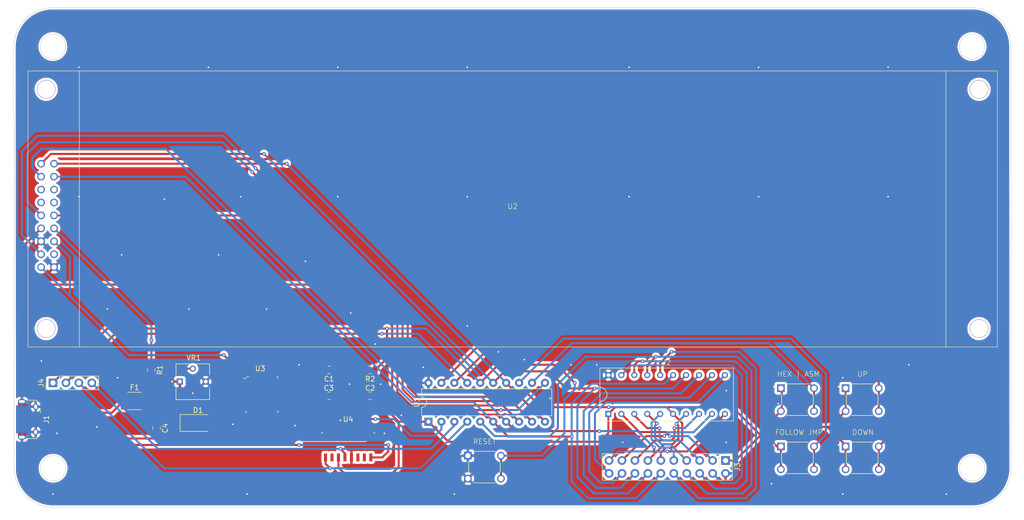
<source format=kicad_pcb>
(kicad_pcb (version 20221018) (generator pcbnew)
  (layers (0 "F.Cu" signal) (31 "B.Cu" signal) (34 "B.Paste" user) (35 "F.Paste" user) (36 "B.SilkS" user "B.Silkscreen") (37 "F.SilkS" user "F.Silkscreen") (38 "B.Mask" user) (39 "F.Mask" user) (44 "Edge.Cuts" user))
  (net 0 "")
  (net 1 "+3.3V")
  (net 2 "GND")
  (net 3 "/P2")
  (net 4 "Net-(J1-VBUS)")
  (net 5 "/D-")
  (net 6 "/D+")
  (net 8 "/P3")
  (net 9 "/P4")
  (net 10 "/P5")
  (net 11 "/P8")
  (net 12 "/CNTL RST")
  (net 13 "Net-(U2-V_{0})")
  (net 14 "/P9")
  (net 15 "/P10")
  (net 16 "/P11")
  (net 17 "/P12")
  (net 18 "/P13")
  (net 19 "/P18")
  (net 20 "Net-(R1-Pad2)")
  (net 21 "/HEX SW")
  (net 22 "/RST")
  (net 23 "/TEST")
  (net 24 "/P19")
  (net 25 "/JMP SW")
  (net 26 "/RESET#")
  (net 27 "/R{slash}W")
  (net 28 "/SBWTCK")
  (net 29 "/BC_RX")
  (net 30 "/BC_TX")
  (net 31 "/RS")
  (net 32 "/E1")
  (net 33 "/UP SW")
  (net 34 "/E2")
  (net 36 "/DOWN SW")
  (net 44 "/DB4")
  (net 47 "/DB5")
  (net 49 "/DB6")
  (net 50 "/DB7")
  (net 52 "+5V")
  (footprint "Capacitor_SMD:C_0805_2012Metric" (layer "F.Cu") (at 77.724 110.236 -90)
    (fp_text reference "R1")
    (fp_text value "10K")
  )
  (footprint "buttons:SW_222ADVBA" (layer "F.Cu") (at 217.17 127.508)
    (fp_text reference "SW4")
    (fp_text value "222ADVBA")
  )
  (footprint "project:DIL_CONN_110-83-320-41-001101" (layer "F.Cu") (at 178.811 115.062)
    (fp_text reference "J2")
    (fp_text value "Conn_02x10")
  )
  (footprint "buttons:SW_222ADVBA" (layer "F.Cu") (at 143.054 129.322)
    (fp_text reference "SW1")
    (fp_text value "222ADVBA")
  )
  (footprint "Capacitor_SMD:C_0805_2012Metric" (layer "F.Cu") (at 120.65 115.316)
    (fp_text reference "C2")
    (fp_text value "1uF")
  )
  (footprint "project:TRIM_3362P-1-103LF" (layer "F.Cu") (at 85.852 112.522)
    (fp_text reference "VR1")
    (fp_text value "10K")
  )
  (footprint "project:NHD-0440AZ-FL-YBW" (layer "F.Cu") (at 148.59 78.626)
    (fp_text reference "U2")
    (fp_text value "~")
  )
  (footprint "buttons:SW_222ADVBA" (layer "F.Cu") (at 217.17 116.078)
    (fp_text reference "SW5")
    (fp_text value "222ADVBA")
  )
  (footprint "Connector_USB:USB_Micro-B_Amphenol_10118194_Horizontal" (layer "F.Cu") (at 53.624 119.944 -90)
    (fp_text reference "J1")
    (fp_text value "USB_B_Micro")
  )
  (footprint "digikey-footprints:TO-252-3" (layer "F.Cu") (at 99.076 115.061)
    (fp_text reference "U3")
    (fp_text value "BA033CC0FP-E2")
  )
  (footprint "digikey-footprints:SOIC-16_W3.90mm" (layer "F.Cu") (at 116.332 124.714)
    (fp_text reference "U4")
    (fp_text value "FT230XS-R")
  )
  (footprint "Connector_PinHeader_2.54mm:PinHeader_2x10_P2.54mm_Vertical" (layer "F.Cu") (at 190.368 128.016 -90)
    (fp_text reference "J3")
    (fp_text value "Conn_02x10")
  )
  (footprint "Diode_SMD:D_SMA" (layer "F.Cu") (at 86.868 120.65)
    (fp_text reference "D1")
    (fp_text value "SS14HE3_B/H")
  )
  (footprint "buttons:SW_222ADVBA" (layer "F.Cu") (at 204.47 116.078)
    (fp_text reference "SW2")
    (fp_text value "222ADVBA")
  )
  (footprint "Capacitor_SMD:C_0805_2012Metric" (layer "F.Cu") (at 120.65 110.236 180)
    (fp_text reference "R2")
    (fp_text value "10K")
  )
  (footprint "Fuse:Fuse_1812_4532Metric" (layer "F.Cu") (at 74.422 116.332)
    (fp_text reference "F1")
    (fp_text value "0ZCG0075FF2C")
  )
  (footprint "Connector_PinHeader_2.54mm:PinHeader_1x04_P2.54mm_Vertical" (layer "F.Cu") (at 58.42 112.776 90)
    (fp_text reference "J4")
    (fp_text value "Conn_01x04_Pin")
  )
  (footprint "buttons:SW_222ADVBA" (layer "F.Cu") (at 204.47 127.508)
    (fp_text reference "SW3")
    (fp_text value "222ADVBA")
  )
  (footprint "Capacitor_SMD:C_0805_2012Metric" (layer "F.Cu") (at 112.588 110.236)
    (fp_text reference "C1")
    (fp_text value "0.1uF")
  )
  (footprint "Capacitor_SMD:C_0805_2012Metric" (layer "F.Cu") (at 78.74 121.666 -90)
    (fp_text reference "C4")
    (fp_text value "10uF")
  )
  (footprint "Capacitor_SMD:C_0805_2012Metric" (layer "F.Cu") (at 112.588 115.316 180)
    (fp_text reference "C3")
    (fp_text value "10uF")
  )
  (footprint "Package_DIP:DIP-20_W7.62mm" (layer "F.Cu") (at 132.08 120.396 90)
    (fp_text reference "U1")
    (fp_text value "MSP430G2553IN20")
  )
  (gr_circle (center 58.4 46.736) (end 60.9 46.736) (stroke (width 0.1)) (fill none) (layer "Edge.Cuts"))
  (gr_arc (start 58.44 137.16) (mid 53.051846 134.928154) (end 50.82 129.54) (stroke (width 0.1)) (layer "Edge.Cuts"))
  (gr_arc (start 238.72 39.116) (mid 244.108154 41.347846) (end 246.34 46.736) (stroke (width 0.1)) (layer "Edge.Cuts"))
  (gr_arc (start 50.78 46.736) (mid 53.011846 41.347846) (end 58.4 39.116) (stroke (width 0.1)) (layer "Edge.Cuts"))
  (gr_circle (center 58.44 129.54) (end 60.94 129.54) (stroke (width 0.1)) (fill none) (layer "Edge.Cuts"))
  (gr_line (start 238.72 39.116) (end 58.4 39.116) (stroke (width 0.1)) (layer "Edge.Cuts"))
  (gr_circle (center 238.76 129.54) (end 241.26 129.54) (stroke (width 0.1)) (fill none) (layer "Edge.Cuts"))
  (gr_line (start 246.38 129.54) (end 246.34 46.736) (stroke (width 0.1)) (layer "Edge.Cuts"))
  (gr_circle (center 238.72 46.736) (end 241.22 46.736) (stroke (width 0.1)) (fill none) (layer "Edge.Cuts"))
  (gr_arc (start 246.38 129.54) (mid 244.148154 134.928154) (end 238.76 137.16) (stroke (width 0.1)) (layer "Edge.Cuts"))
  (gr_line (start 50.78 46.736) (end 50.82 129.54) (stroke (width 0.1)) (layer "Edge.Cuts"))
  (gr_line (start 58.44 137.16) (end 238.76 137.16) (stroke (width 0.1)) (layer "Edge.Cuts"))
  (segment (start 110.998 117.856) (end 113.538 115.316) (width 0.4) (layer "F.Cu") (net 1))
  (segment (start 136.017 124.333) (end 165.6842 124.333) (width 0.4) (layer "F.Cu") (net 1))
  (segment (start 192.278 128.016) (end 197.231 123.063) (width 0.4) (layer "F.Cu") (net 1))
  (segment (start 210.312 121.412) (end 199.898 121.412) (width 0.4) (layer "F.Cu") (net 1))
  (segment (start 201.22 125.258) (end 200.442 125.258) (width 0.4) (layer "F.Cu") (net 1))
  (segment (start 113.538 110.236) (end 113.538 115.316) (width 0.4) (layer "F.Cu") (net 1))
  (segment (start 213.92 113.828) (end 213.92 118.328) (width 0.4) (layer "F.Cu") (net 1))
  (segment (start 213.92 125.258) (end 213.92 125.02) (width 0.4) (layer "F.Cu") (net 1))
  (segment (start 201.3934 114.0014) (end 201.3934 118.1546) (width 0.4) (layer "F.Cu") (net 1))
  (segment (start 126.238 129.286) (end 126.238 120.396) (width 0.4) (layer "F.Cu") (net 1))
  (segment (start 201.22 113.828) (end 201.3934 114.0014) (width 0.4) (layer "F.Cu") (net 1))
  (segment (start 109.22 119.634) (end 97.284 119.634) (width 0.4) (layer "F.Cu") (net 1))
  (segment (start 117.16 117.856) (end 119.7 115.316) (width 0.4) (layer "F.Cu") (net 1))
  (segment (start 123.698 117.856) (end 126.238 120.396) (width 0.4) (layer "F.Cu") (net 1))
  (segment (start 114.427 129.413) (end 115.57 130.556) (width 0.4) (layer "F.Cu") (net 1))
  (segment (start 126.238 120.396) (end 132.08 120.396) (width 0.4) (layer "F.Cu") (net 1))
  (segment (start 117.16 117.856) (end 123.698 117.856) (width 0.4) (layer "F.Cu") (net 1))
  (segment (start 190.368 128.016) (end 192.278 128.016) (width 0.4) (layer "F.Cu") (net 1))
  (segment (start 88.868 120.65) (end 92.172 117.346) (width 0.4) (layer "F.Cu") (net 1))
  (segment (start 200.442 125.258) (end 198.247 123.063) (width 0.4) (layer "F.Cu") (net 1))
  (segment (start 165.6842 124.333) (end 167.381 122.6362) (width 0.4) (layer "F.Cu") (net 1))
  (segment (start 210.836 121.412) (end 213.92 118.328) (width 0.4) (layer "F.Cu") (net 1))
  (segment (start 168.7018 117.5512) (end 191.7192 117.5512) (width 0.4) (layer "F.Cu") (net 1))
  (segment (start 119.7 115.316) (end 119.7 110.236) (width 0.4) (layer "F.Cu") (net 1))
  (segment (start 132.08 120.396) (end 136.017 124.333) (width 0.4) (layer "F.Cu") (net 1))
  (segment (start 191.7192 117.5512) (end 197.231 123.063) (width 0.4) (layer "F.Cu") (net 1))
  (segment (start 97.284 119.634) (end 94.996 117.346) (width 0.4) (layer "F.Cu") (net 1))
  (segment (start 117.094 117.856) (end 117.16 117.856) (width 0.4) (layer "F.Cu") (net 1))
  (segment (start 201.22 125.258) (end 201.22 129.758) (width 0.4) (layer "F.Cu") (net 1))
  (segment (start 115.57 130.556) (end 124.968 130.556) (width 0.4) (layer "F.Cu") (net 1))
  (segment (start 110.998 117.856) (end 117.094 117.856) (width 0.4) (layer "F.Cu") (net 1))
  (segment (start 213.92 125.258) (end 213.92 129.758) (width 0.4) (layer "F.Cu") (net 1))
  (segment (start 114.427 127.414) (end 114.427 129.413) (width 0.4) (layer "F.Cu") (net 1))
  (segment (start 210.312 121.412) (end 210.836 121.412) (width 0.4) (layer "F.Cu") (net 1))
  (segment (start 109.22 119.634) (end 110.998 117.856) (width 0.4) (layer "F.Cu") (net 1))
  (segment (start 201.3934 118.1546) (end 201.22 118.328) (width 0.4) (layer "F.Cu") (net 1))
  (segment (start 198.247 123.063) (end 199.898 121.412) (width 0.4) (layer "F.Cu") (net 1))
  (segment (start 213.92 125.02) (end 210.312 121.412) (width 0.4) (layer "F.Cu") (net 1))
  (segment (start 167.381 118.872) (end 168.7018 117.5512) (width 0.4) (layer "F.Cu") (net 1))
  (segment (start 92.172 117.346) (end 94.996 117.346) (width 0.4) (layer "F.Cu") (net 1))
  (segment (start 167.381 122.6362) (end 167.381 118.872) (width 0.4) (layer "F.Cu") (net 1))
  (segment (start 124.968 130.556) (end 126.238 129.286) (width 0.4) (layer "F.Cu") (net 1))
  (segment (start 199.898 121.412) (end 199.898 119.65) (width 0.4) (layer "F.Cu") (net 1))
  (segment (start 197.231 123.063) (end 198.247 123.063) (width 0.4) (layer "F.Cu") (net 1))
  (segment (start 199.898 119.65) (end 201.22 118.328) (width 0.4) (layer "F.Cu") (net 1))
  (segment (start 115.697 121.031) (end 114.808 120.142) (width 0.4) (layer "F.Cu") (net 2))
  (segment (start 115.697 122.014) (end 115.697 121.031) (width 0.4) (layer "F.Cu") (net 2))
  (segment (start 197.358 130.556) (end 199.39 132.588) (width 0.4) (layer "F.Cu") (net 2))
  (segment (start 55.024 121.244) (end 57.744 121.244) (width 0.4) (layer "F.Cu") (net 2))
  (segment (start 57.744 121.244) (end 59.182 122.682) (width 0.4) (layer "F.Cu") (net 2))
  (segment (start 52.624 121.244) (end 52.324 120.944) (width 0.4) (layer "F.Cu") (net 2))
  (segment (start 55.024 121.244) (end 52.624 121.244) (width 0.4) (layer "F.Cu") (net 2))
  (segment (start 190.368 130.556) (end 197.358 130.556) (width 0.4) (layer "F.Cu") (net 2))
  (via (at 114.3 50.8) (size 0.7112) (drill 0.3048) (layers "F.Cu" "B.Cu") (net 2))
  (via (at 190.5 124.46) (size 0.7112) (drill 0.3048) (layers "F.Cu" "B.Cu") (net 2))
  (via (at 145.796 106.68) (size 0.7112) (drill 0.3048) (layers "F.Cu" "B.Cu") (net 2))
  (via (at 107.95 88.9) (size 0.7112) (drill 0.3048) (layers "F.Cu" "B.Cu") (net 2))
  (via (at 226.314 109.22) (size 0.7112) (drill 0.3048) (layers "F.Cu" "B.Cu") (net 2))
  (via (at 96.52 134.62) (size 0.7112) (drill 0.3048) (layers "F.Cu" "B.Cu") (net 2))
  (via (at 121.666 105.156) (size 0.7112) (drill 0.3048) (layers "F.Cu" "B.Cu") (net 2))
  (via (at 170.18 124.46) (size 0.7112) (drill 0.3048) (layers "F.Cu" "B.Cu") (net 2))
  (via (at 139.7 76.2) (size 0.7112) (drill 0.3048) (layers "F.Cu" "B.Cu") (net 2))
  (via (at 171.45 50.8) (size 0.7112) (drill 0.3048) (layers "F.Cu" "B.Cu") (net 2))
  (via (at 63.5 76.2) (size 0.7112) (drill 0.3048) (layers "F.Cu" "B.Cu") (net 2))
  (via (at 196.85 76.2) (size 0.7112) (drill 0.3048) (layers "F.Cu" "B.Cu") (net 2))
  (via (at 139.7 101.6) (size 0.7112) (drill 0.3048) (layers "F.Cu" "B.Cu") (net 2))
  (via (at 213.36 111.76) (size 0.7112) (drill 0.3048) (layers "F.Cu" "B.Cu") (net 2))
  (via (at 63.5 50.8) (size 0.7112) (drill 0.3048) (layers "F.Cu" "B.Cu") (net 2))
  (via (at 88.9 50.8) (size 0.7112) (drill 0.3048) (layers "F.Cu" "B.Cu") (net 2))
  (via (at 190.5 114.3) (size 0.7112) (drill 0.3048) (layers "F.Cu" "B.Cu") (net 2))
  (via (at 139.7 50.8) (size 0.7112) (drill 0.3048) (layers "F.Cu" "B.Cu") (net 2))
  (via (at 122.682 113.03) (size 0.7112) (drill 0.3048) (layers "F.Cu" "B.Cu") (net 2))
  (via (at 199.39 132.588) (size 0.7112) (drill 0.3048) (layers "F.Cu" "B.Cu") (net 2))
  (via (at 213.36 134.62) (size 0.7112) (drill 0.3048) (layers "F.Cu" "B.Cu") (net 2))
  (via (at 100.33 98.298) (size 0.7112) (drill 0.3048) (layers "F.Cu" "B.Cu") (net 2))
  (via (at 160.02 109.22) (size 0.7112) (drill 0.3048) (layers "F.Cu" "B.Cu") (net 2))
  (via (at 171.45 76.2) (size 0.7112) (drill 0.3048) (layers "F.Cu" "B.Cu") (net 2))
  (via (at 222.25 76.2) (size 0.7112) (drill 0.3048) (layers "F.Cu" "B.Cu") (net 2))
  (via (at 116.84 99.06) (size 0.7112) (drill 0.3048) (layers "F.Cu" "B.Cu") (net 2))
  (via (at 106.68 109.22) (size 0.7112) (drill 0.3048) (layers "F.Cu" "B.Cu") (net 2))
  (via (at 56.134 108.458) (size 0.7112) (drill 0.3048) (layers "F.Cu" "B.Cu") (net 2))
  (via (at 126.746 119.126) (size 0.7112) (drill 0.3048) (layers "F.Cu" "B.Cu") (net 2))
  (via (at 123.444 122.682) (size 0.7112) (drill 0.3048) (layers "F.Cu" "B.Cu") (net 2))
  (via (at 116.586 113.03) (size 0.7112) (drill 0.3048) (layers "F.Cu" "B.Cu") (net 2))
  (via (at 67.056 121.412) (size 0.7112) (drill 0.3048) (layers "F.Cu" "B.Cu") (net 2))
  (via (at 165.1 109.22) (size 0.7112) (drill 0.3048) (layers "F.Cu" "B.Cu") (net 2))
  (via (at 85.09 98.298) (size 0.7112) (drill 0.3048) (layers "F.Cu" "B.Cu") (net 2))
  (via (at 71.882 87.63) (size 0.7112) (drill 0.3048) (layers "F.Cu" "B.Cu") (net 2))
  (via (at 131.064 109.728) (size 0.7112) (drill 0.3048) (layers "F.Cu" "B.Cu") (net 2))
  (via (at 150.876 108.204) (size 0.7112) (drill 0.3048) (layers "F.Cu" "B.Cu") (net 2))
  (via (at 114.808 120.142) (size 0.7112) (drill 0.3048) (layers "F.Cu" "B.Cu") (net 2))
  (via (at 69.088 98.298) (size 0.7112) (drill 0.3048) (layers "F.Cu" "B.Cu") (net 2))
  (via (at 222.25 50.8) (size 0.7112) (drill 0.3048) (layers "F.Cu" "B.Cu") (net 2))
  (via (at 71.12 111.76) (size 0.7112) (drill 0.3048) (layers "F.Cu" "B.Cu") (net 2))
  (via (at 155.956 115.824) (size 0.7112) (drill 0.3048) (layers "F.Cu" "B.Cu") (net 2))
  (via (at 58.42 134.62) (size 0.7112) (drill 0.3048) (layers "F.Cu" "B.Cu") (net 2))
  (via (at 200.66 116.84) (size 0.7112) (drill 0.3048) (layers "F.Cu" "B.Cu") (net 2))
  (via (at 59.182 122.682) (size 0.7112) (drill 0.3048) (layers "F.Cu" "B.Cu") (net 2))
  (via (at 114.3 76.2) (size 0.7112) (drill 0.3048) (layers "F.Cu" "B.Cu") (net 2))
  (via (at 80.264 76.708) (size 0.7112) (drill 0.3048) (layers "F.Cu" "B.Cu") (net 2))
  (via (at 233.68 134.62) (size 0.7112) (drill 0.3048) (layers "F.Cu" "B.Cu") (net 2))
  (via (at 90.932 87.63) (size 0.7112) (drill 0.3048) (layers "F.Cu" "B.Cu") (net 2))
  (via (at 93.726 120.904) (size 0.7112) (drill 0.3048) (layers "F.Cu" "B.Cu") (net 2))
  (via (at 105.918 121.158) (size 0.7112) (drill 0.3048) (layers "F.Cu" "B.Cu") (net 2))
  (via (at 196.85 50.8) (size 0.7112) (drill 0.3048) (layers "F.Cu" "B.Cu") (net 2))
  (via (at 95.25 76.2) (size 0.7112) (drill 0.3048) (layers "F.Cu" "B.Cu") (net 2))
  (via (at 85.852 114.808) (size 0.7112) (drill 0.3048) (layers "F.Cu" "B.Cu") (net 2))
  (via (at 137.16 134.62) (size 0.7112) (drill 0.3048) (layers "F.Cu" "B.Cu") (net 2))
  (segment (start 59.182 122.682) (end 58.944 122.444) (width 0.4) (layer "B.Cu") (net 2))
  (segment (start 58.944 122.444) (end 55.024 122.444) (width 0.4) (layer "B.Cu") (net 2))
  (segment (start 178.643861 122.428) (end 173.477 122.428) (width 0.4) (layer "F.Cu") (net 3))
  (segment (start 173.477 122.428) (end 169.921 118.872) (width 0.4) (layer "F.Cu") (net 3))
  (segment (start 178.643861 122.433661) (end 179.451 123.2408) (width 0.4) (layer "F.Cu") (net 3))
  (segment (start 178.643861 122.428) (end 178.643861 122.433661) (width 0.4) (layer "F.Cu") (net 3))
  (via (at 179.451 123.2408) (size 0.7112) (drill 0.3048) (layers "F.Cu" "B.Cu") (net 3))
  (segment (start 179.451 123.2408) (end 183.0528 123.2408) (width 0.4) (layer "B.Cu") (net 3))
  (segment (start 183.0528 123.2408) (end 187.828 128.016) (width 0.4) (layer "B.Cu") (net 3))
  (segment (start 55.024 118.644) (end 69.9725 118.644) (width 0.4) (layer "F.Cu") (net 4))
  (segment (start 69.9725 118.644) (end 72.2845 116.332) (width 0.4) (layer "F.Cu") (net 4))
  (segment (start 63.754 123.698) (end 59.35 119.294) (width 0.4) (layer "F.Cu") (net 5))
  (segment (start 119.6536 123.698) (end 63.754 123.698) (width 0.4) (layer "F.Cu") (net 5))
  (segment (start 120.777 122.014) (end 120.777 122.5746) (width 0.4) (layer "F.Cu") (net 5))
  (segment (start 120.777 122.5746) (end 119.6536 123.698) (width 0.4) (layer "F.Cu") (net 5))
  (segment (start 59.35 119.294) (end 55.024 119.294) (width 0.4) (layer "F.Cu") (net 5))
  (segment (start 124.206 126.238) (end 124.206 124.968) (width 0.4) (layer "F.Cu") (net 6))
  (segment (start 58.857 119.944) (end 63.881 124.968) (width 0.4) (layer "F.Cu") (net 6))
  (segment (start 106.68 124.968) (end 63.881 124.968) (width 0.4) (layer "F.Cu") (net 6))
  (segment (start 55.024 119.944) (end 58.857 119.944) (width 0.4) (layer "F.Cu") (net 6))
  (segment (start 123.03 127.414) (end 123.444 127) (width 0.4) (layer "F.Cu") (net 6))
  (segment (start 120.777 127.414) (end 123.03 127.414) (width 0.4) (layer "F.Cu") (net 6))
  (segment (start 123.444 127) (end 124.206 126.238) (width 0.4) (layer "F.Cu") (net 6))
  (via (at 106.68 124.968) (size 0.7112) (drill 0.3048) (layers "F.Cu" "B.Cu") (net 6))
  (via (at 124.206 124.968) (size 0.7112) (drill 0.3048) (layers "F.Cu" "B.Cu") (net 6))
  (segment (start 124.206 124.968) (end 106.68 124.968) (width 0.4) (layer "B.Cu") (net 6))
  (segment (start 177.419 121.666) (end 174.984815 121.666) (width 0.4) (layer "F.Cu") (net 8))
  (segment (start 174.984815 121.666) (end 172.461 119.142185) (width 0.4) (layer "F.Cu") (net 8))
  (via (at 177.419 121.666) (size 0.7112) (drill 0.3048) (layers "F.Cu" "B.Cu") (net 8))
  (segment (start 177.419 123.475) (end 177.419 121.666) (width 0.4) (layer "B.Cu") (net 8))
  (segment (start 181.348 124.076) (end 178.02 124.076) (width 0.4) (layer "B.Cu") (net 8))
  (segment (start 185.288 128.016) (end 181.348 124.076) (width 0.4) (layer "B.Cu") (net 8))
  (segment (start 178.02 124.076) (end 177.419 123.475) (width 0.4) (layer "B.Cu") (net 8))
  (segment (start 176.911 120.777) (end 176.906 120.777) (width 0.4) (layer "F.Cu") (net 9))
  (segment (start 176.906 120.777) (end 175.001 118.872) (width 0.4) (layer "F.Cu") (net 9))
  (via (at 176.911 120.777) (size 0.7112) (drill 0.3048) (layers "F.Cu" "B.Cu") (net 9))
  (segment (start 177.817132 124.846) (end 176.54 123.568868) (width 0.4) (layer "B.Cu") (net 9))
  (segment (start 179.578 124.846) (end 177.817132 124.846) (width 0.4) (layer "B.Cu") (net 9))
  (segment (start 182.748 128.016) (end 179.578 124.846) (width 0.4) (layer "B.Cu") (net 9))
  (segment (start 176.54 121.148) (end 176.911 120.777) (width 0.4) (layer "B.Cu") (net 9))
  (segment (start 176.54 123.568868) (end 176.54 121.148) (width 0.4) (layer "B.Cu") (net 9))
  (segment (start 180.208 128.016) (end 180.208 126.374) (width 0.4) (layer "B.Cu") (net 10))
  (segment (start 177.45 125.476) (end 175.85 123.876) (width 0.4) (layer "B.Cu") (net 10))
  (segment (start 180.208 126.374) (end 179.31 125.476) (width 0.4) (layer "B.Cu") (net 10))
  (segment (start 175.85 123.876) (end 175.85 120.563) (width 0.4) (layer "B.Cu") (net 10))
  (segment (start 175.85 120.563) (end 177.541 118.872) (width 0.4) (layer "B.Cu") (net 10))
  (segment (start 179.31 125.476) (end 177.45 125.476) (width 0.4) (layer "B.Cu") (net 10))
  (segment (start 176.525 124.079) (end 172.588 128.016) (width 0.4) (layer "F.Cu") (net 11))
  (segment (start 180.34 121.666) (end 180.34 123.454593) (width 0.4) (layer "F.Cu") (net 11))
  (segment (start 180.34 123.454593) (end 179.715593 124.079) (width 0.4) (layer "F.Cu") (net 11))
  (segment (start 179.715593 124.079) (end 176.525 124.079) (width 0.4) (layer "F.Cu") (net 11))
  (via (at 180.34 121.666) (size 0.7112) (drill 0.3048) (layers "F.Cu" "B.Cu") (net 11))
  (segment (start 182.367 121.666) (end 185.161 118.872) (width 0.4) (layer "B.Cu") (net 11))
  (segment (start 180.34 121.666) (end 182.367 121.666) (width 0.4) (layer "B.Cu") (net 11))
  (segment (start 142.24 112.776) (end 145.796 109.22) (width 0.4) (layer "F.Cu") (net 12))
  (segment (start 157.226 109.22) (end 160.782 112.776) (width 0.4) (layer "F.Cu") (net 12))
  (segment (start 121.666 110.236) (end 121.6 110.236) (width 0.4) (layer "F.Cu") (net 12))
  (segment (start 146.304 131.572) (end 146.304 127.072) (width 0.4) (layer "F.Cu") (net 12))
  (segment (start 123.952 102.108) (end 69.088 102.108) (width 0.4) (layer "F.Cu") (net 12))
  (segment (start 69.088 102.108) (end 58.42 112.776) (width 0.4) (layer "F.Cu") (net 12))
  (segment (start 145.796 109.22) (end 157.226 109.22) (width 0.4) (layer "F.Cu") (net 12))
  (segment (start 123.952 107.95) (end 121.666 110.236) (width 0.4) (layer "F.Cu") (net 12))
  (segment (start 123.952 102.108) (end 123.952 107.95) (width 0.4) (layer "F.Cu") (net 12))
  (via (at 123.952 102.108) (size 0.7112) (drill 0.3048) (layers "F.Cu" "B.Cu") (net 12))
  (via (at 160.782 112.776) (size 0.7112) (drill 0.3048) (layers "F.Cu" "B.Cu") (net 12))
  (segment (start 131.572 102.108) (end 142.24 112.776) (width 0.4) (layer "B.Cu") (net 12))
  (segment (start 160.782 112.776) (end 160.782 114.046) (width 0.4) (layer "B.Cu") (net 12))
  (segment (start 158.75 122.682) (end 154.36 127.072) (width 0.4) (layer "B.Cu") (net 12))
  (segment (start 158.75 116.078) (end 158.75 122.682) (width 0.4) (layer "B.Cu") (net 12))
  (segment (start 160.782 114.046) (end 158.75 116.078) (width 0.4) (layer "B.Cu") (net 12))
  (segment (start 154.36 127.072) (end 146.304 127.072) (width 0.4) (layer "B.Cu") (net 12))
  (segment (start 123.952 102.108) (end 131.572 102.108) (width 0.4) (layer "B.Cu") (net 12))
  (segment (start 77.724 109.286) (end 77.724 104.394) (width 0.4) (layer "F.Cu") (net 13))
  (via (at 77.724 104.394) (size 0.7112) (drill 0.3048) (layers "F.Cu" "B.Cu") (net 13))
  (segment (start 77.724 104.394) (end 77.724 101.53) (width 0.4) (layer "B.Cu") (net 13))
  (segment (start 77.724 101.53) (end 58.63 82.436) (width 0.4) (layer "B.Cu") (net 13))
  (segment (start 178.352639 123.234639) (end 174.829361 123.234639) (width 0.4) (layer "F.Cu") (net 14))
  (segment (start 174.829361 123.234639) (end 170.048 128.016) (width 0.4) (layer "F.Cu") (net 14))
  (via (at 178.352639 123.234639) (size 0.7112) (drill 0.3048) (layers "F.Cu" "B.Cu") (net 14))
  (segment (start 184.093477 122.479523) (end 187.701 118.872) (width 0.4) (layer "B.Cu") (net 14))
  (segment (start 179.107755 122.479523) (end 184.093477 122.479523) (width 0.4) (layer "B.Cu") (net 14))
  (segment (start 178.352639 123.234639) (end 179.107755 122.479523) (width 0.4) (layer "B.Cu") (net 14))
  (segment (start 182.875 126.238) (end 190.241 118.872) (width 0.4) (layer "F.Cu") (net 15))
  (segment (start 178.943 126.238) (end 182.875 126.238) (width 0.4) (layer "F.Cu") (net 15))
  (via (at 178.943 126.238) (size 0.7112) (drill 0.3048) (layers "F.Cu" "B.Cu") (net 15))
  (segment (start 178.943 126.238) (end 169.286 126.238) (width 0.4) (layer "B.Cu") (net 15))
  (segment (start 169.286 126.238) (end 167.508 128.016) (width 0.4) (layer "B.Cu") (net 15))
  (segment (start 184.8308 116.6622) (end 190.241 111.252) (width 0.4) (layer "B.Cu") (net 16))
  (segment (start 166.8272 116.6622) (end 184.8308 116.6622) (width 0.4) (layer "B.Cu") (net 16))
  (segment (start 167.508 130.556) (end 164.7444 127.7924) (width 0.4) (layer "B.Cu") (net 16))
  (segment (start 164.7444 118.745) (end 166.8272 116.6622) (width 0.4) (layer "B.Cu") (net 16))
  (segment (start 164.7444 127.7924) (end 164.7444 118.745) (width 0.4) (layer "B.Cu") (net 16))
  (segment (start 163.6268 118.618) (end 166.5478 115.697) (width 0.4) (layer "B.Cu") (net 17))
  (segment (start 183.256 115.697) (end 187.701 111.252) (width 0.4) (layer "B.Cu") (net 17))
  (segment (start 165.8112 132.4102) (end 163.6268 130.2258) (width 0.4) (layer "B.Cu") (net 17))
  (segment (start 168.1938 132.4102) (end 165.8112 132.4102) (width 0.4) (layer "B.Cu") (net 17))
  (segment (start 166.5478 115.697) (end 183.256 115.697) (width 0.4) (layer "B.Cu") (net 17))
  (segment (start 163.6268 130.2258) (end 163.6268 118.618) (width 0.4) (layer "B.Cu") (net 17))
  (segment (start 170.048 130.556) (end 168.1938 132.4102) (width 0.4) (layer "B.Cu") (net 17))
  (segment (start 166.0398 114.808) (end 181.605 114.808) (width 0.4) (layer "B.Cu") (net 18))
  (segment (start 169.7432 133.4008) (end 165.0492 133.4008) (width 0.4) (layer "B.Cu") (net 18))
  (segment (start 162.5346 118.3132) (end 166.0398 114.808) (width 0.4) (layer "B.Cu") (net 18))
  (segment (start 162.5346 130.8862) (end 162.5346 118.3132) (width 0.4) (layer "B.Cu") (net 18))
  (segment (start 165.0492 133.4008) (end 162.5346 130.8862) (width 0.4) (layer "B.Cu") (net 18))
  (segment (start 181.605 114.808) (end 185.161 111.252) (width 0.4) (layer "B.Cu") (net 18))
  (segment (start 172.588 130.556) (end 169.7432 133.4008) (width 0.4) (layer "B.Cu") (net 18))
  (segment (start 173.2026 108.5342) (end 172.461 109.2758) (width 0.4) (layer "F.Cu") (net 19))
  (segment (start 172.461 109.2758) (end 172.461 111.252) (width 0.4) (layer "F.Cu") (net 19))
  (segment (start 174.0662 108.5342) (end 173.2026 108.5342) (width 0.4) (layer "F.Cu") (net 19))
  (via (at 174.0662 108.5342) (size 0.7112) (drill 0.3048) (layers "F.Cu" "B.Cu") (net 19))
  (segment (start 192.2526 108.5342) (end 174.0662 108.5342) (width 0.4) (layer "B.Cu") (net 19))
  (segment (start 192.913 133.5278) (end 194.5132 131.9276) (width 0.4) (layer "B.Cu") (net 19))
  (segment (start 194.5132 110.7948) (end 192.2526 108.5342) (width 0.4) (layer "B.Cu") (net 19))
  (segment (start 185.288 130.556) (end 188.2598 133.5278) (width 0.4) (layer "B.Cu") (net 19))
  (segment (start 188.2598 133.5278) (end 192.913 133.5278) (width 0.4) (layer "B.Cu") (net 19))
  (segment (start 194.5132 131.9276) (end 194.5132 110.7948) (width 0.4) (layer "B.Cu") (net 19))
  (segment (start 77.724 111.186) (end 80.076 111.186) (width 0.4) (layer "F.Cu") (net 20))
  (segment (start 80.076 111.186) (end 81.28 109.982) (width 0.4) (layer "F.Cu") (net 20))
  (segment (start 81.28 109.982) (end 85.852 109.982) (width 0.4) (layer "F.Cu") (net 20))
  (segment (start 207.72 113.828) (end 207.72 118.328) (width 0.4) (layer "F.Cu") (net 21))
  (segment (start 160.1724 105.0036) (end 152.4 112.776) (width 0.4) (layer "B.Cu") (net 21))
  (segment (start 198.8956 105.0036) (end 207.72 113.828) (width 0.4) (layer "B.Cu") (net 21))
  (segment (start 160.1724 105.0036) (end 198.8956 105.0036) (width 0.4) (layer "B.Cu") (net 21))
  (segment (start 179.7558 106.68) (end 177.541 108.8948) (width 0.4) (layer "F.Cu") (net 22))
  (segment (start 177.541 108.8948) (end 177.541 111.252) (width 0.4) (layer "F.Cu") (net 22))
  (via (at 179.7558 106.68) (size 0.7112) (drill 0.3048) (layers "F.Cu" "B.Cu") (net 22))
  (segment (start 180.208 130.556) (end 185.0848 135.4328) (width 0.4) (layer "B.Cu") (net 22))
  (segment (start 193.0654 106.68) (end 179.7558 106.68) (width 0.4) (layer "B.Cu") (net 22))
  (segment (start 196.342 133.4516) (end 196.342 109.9566) (width 0.4) (layer "B.Cu") (net 22))
  (segment (start 185.0848 135.4328) (end 194.3608 135.4328) (width 0.4) (layer "B.Cu") (net 22))
  (segment (start 194.3608 135.4328) (end 196.342 133.4516) (width 0.4) (layer "B.Cu") (net 22))
  (segment (start 196.342 109.9566) (end 193.0654 106.68) (width 0.4) (layer "B.Cu") (net 22))
  (segment (start 175.001 109.352) (end 175.001 111.252) (width 0.4) (layer "F.Cu") (net 23))
  (segment (start 176.7078 107.6452) (end 175.001 109.352) (width 0.4) (layer "F.Cu") (net 23))
  (via (at 176.7078 107.6452) (size 0.7112) (drill 0.3048) (layers "F.Cu" "B.Cu") (net 23))
  (segment (start 193.7258 134.493) (end 195.453 132.7658) (width 0.4) (layer "B.Cu") (net 23))
  (segment (start 162.8648 107.6452) (end 176.7078 107.6452) (width 0.4) (layer "B.Cu") (net 23))
  (segment (start 192.7098 107.6452) (end 176.7078 107.6452) (width 0.4) (layer "B.Cu") (net 23))
  (segment (start 157.48 113.03) (end 162.8648 107.6452) (width 0.4) (layer "B.Cu") (net 23))
  (segment (start 186.685 134.493) (end 193.7258 134.493) (width 0.4) (layer "B.Cu") (net 23))
  (segment (start 145.0848 123.2408) (end 155.9052 123.2408) (width 0.4) (layer "B.Cu") (net 23))
  (segment (start 182.748 130.556) (end 186.685 134.493) (width 0.4) (layer "B.Cu") (net 23))
  (segment (start 195.453 110.3884) (end 192.7098 107.6452) (width 0.4) (layer "B.Cu") (net 23))
  (segment (start 155.9052 123.2408) (end 157.48 121.666) (width 0.4) (layer "B.Cu") (net 23))
  (segment (start 195.453 132.7658) (end 195.453 110.3884) (width 0.4) (layer "B.Cu") (net 23))
  (segment (start 157.48 121.666) (end 157.48 113.03) (width 0.4) (layer "B.Cu") (net 23))
  (segment (start 142.24 120.396) (end 145.0848 123.2408) (width 0.4) (layer "B.Cu") (net 23))
  (segment (start 189.733 132.461) (end 192.2272 132.461) (width 0.4) (layer "B.Cu") (net 24))
  (segment (start 193.548 111.252) (end 191.643 109.347) (width 0.4) (layer "B.Cu") (net 24))
  (segment (start 171.826 109.347) (end 169.921 111.252) (width 0.4) (layer "B.Cu") (net 24))
  (segment (start 192.2272 132.461) (end 193.548 131.1402) (width 0.4) (layer "B.Cu") (net 24))
  (segment (start 191.643 109.347) (end 171.826 109.347) (width 0.4) (layer "B.Cu") (net 24))
  (segment (start 193.548 131.1402) (end 193.548 111.252) (width 0.4) (layer "B.Cu") (net 24))
  (segment (start 187.828 130.556) (end 189.733 132.461) (width 0.4) (layer "B.Cu") (net 24))
  (segment (start 207.72 125.258) (end 207.72 129.758) (width 0.4) (layer "F.Cu") (net 25))
  (segment (start 158.5468 104.0892) (end 203.1492 104.0892) (width 0.4) (layer "B.Cu") (net 25))
  (segment (start 210.058 110.998) (end 210.058 122.92) (width 0.4) (layer "B.Cu") (net 25))
  (segment (start 149.86 112.776) (end 158.5468 104.0892) (width 0.4) (layer "B.Cu") (net 25))
  (segment (start 210.058 122.92) (end 207.72 125.258) (width 0.4) (layer "B.Cu") (net 25))
  (segment (start 203.1492 104.0892) (end 210.058 110.998) (width 0.4) (layer "B.Cu") (net 25))
  (segment (start 118.237 122.014) (end 118.237 121.031) (width 0.4) (layer "F.Cu") (net 26))
  (segment (start 118.237 121.031) (end 119.38 119.888) (width 0.4) (layer "F.Cu") (net 26))
  (segment (start 119.38 119.888) (end 121.666 119.888) (width 0.4) (layer "F.Cu") (net 26))
  (via (at 121.666 119.888) (size 0.7112) (drill 0.3048) (layers "F.Cu" "B.Cu") (net 26))
  (segment (start 125.349 119.888) (end 128.651 123.19) (width 0.4) (layer "B.Cu") (net 26))
  (segment (start 121.666 119.888) (end 125.349 119.888) (width 0.4) (layer "B.Cu") (net 26))
  (segment (start 134.62 121.92) (end 134.62 120.396) (width 0.4) (layer "B.Cu") (net 26))
  (segment (start 128.651 123.19) (end 133.35 123.19) (width 0.4) (layer "B.Cu") (net 26))
  (segment (start 133.35 123.19) (end 134.62 121.92) (width 0.4) (layer "B.Cu") (net 26))
  (segment (start 128.651 117.221) (end 125.984 114.554) (width 0.4) (layer "F.Cu") (net 27))
  (segment (start 149.86 120.396) (end 146.685 117.221) (width 0.4) (layer "F.Cu") (net 27))
  (segment (start 125.984 101.092) (end 104.788 79.896) (width 0.4) (layer "F.Cu") (net 27))
  (segment (start 125.984 114.554) (end 125.984 101.092) (width 0.4) (layer "F.Cu") (net 27))
  (segment (start 104.788 79.896) (end 58.63 79.896) (width 0.4) (layer "F.Cu") (net 27))
  (segment (start 146.685 117.221) (end 128.651 117.221) (width 0.4) (layer "F.Cu") (net 27))
  (segment (start 70.612 103.124) (end 122.936 103.124) (width 0.4) (layer "F.Cu") (net 28))
  (segment (start 60.96 112.776) (end 70.612 103.124) (width 0.4) (layer "F.Cu") (net 28))
  (via (at 122.936 103.124) (size 0.7112) (drill 0.3048) (layers "F.Cu" "B.Cu") (net 28))
  (segment (start 122.936 103.124) (end 130.048 103.124) (width 0.4) (layer "B.Cu") (net 28))
  (segment (start 130.048 103.124) (end 139.7 112.776) (width 0.4) (layer "B.Cu") (net 28))
  (segment (start 115.697 127.414) (end 115.697 126.619) (width 0.4) (layer "F.Cu") (net 29))
  (segment (start 115.697 126.619) (end 114.808 125.73) (width 0.4) (layer "F.Cu") (net 29))
  (via (at 114.808 125.73) (size 0.7112) (drill 0.3048) (layers "F.Cu" "B.Cu") (net 29))
  (segment (start 132.588 125.73) (end 137.16 121.158) (width 0.4) (layer "B.Cu") (net 29))
  (segment (start 137.16 121.158) (end 137.16 120.396) (width 0.4) (layer "B.Cu") (net 29))
  (segment (start 66.04 112.776) (end 78.994 125.73) (width 0.4) (layer "B.Cu") (net 29))
  (segment (start 114.808 125.73) (end 78.994 125.73) (width 0.4) (layer "B.Cu") (net 29))
  (segment (start 132.588 125.73) (end 114.808 125.73) (width 0.4) (layer "B.Cu") (net 29))
  (segment (start 112.776 129.54) (end 111.887 128.651) (width 0.4) (layer "F.Cu") (net 30))
  (segment (start 111.887 128.651) (end 111.887 127.414) (width 0.4) (layer "F.Cu") (net 30))
  (via (at 112.776 129.54) (size 0.7112) (drill 0.3048) (layers "F.Cu" "B.Cu") (net 30))
  (segment (start 112.776 129.54) (end 130.556 129.54) (width 0.4) (layer "B.Cu") (net 30))
  (segment (start 80.264 129.54) (end 112.776 129.54) (width 0.4) (layer "B.Cu") (net 30))
  (segment (start 63.5 112.776) (end 80.264 129.54) (width 0.4) (layer "B.Cu") (net 30))
  (segment (start 130.556 129.54) (end 139.7 120.396) (width 0.4) (layer "B.Cu") (net 30))
  (segment (start 128.016 118.11) (end 124.968 115.062) (width 0.4) (layer "F.Cu") (net 31))
  (segment (start 55.88 93.472) (end 53.086 90.678) (width 0.4) (layer "F.Cu") (net 31))
  (segment (start 124.968 115.062) (end 124.968 101.6) (width 0.4) (layer "F.Cu") (net 31))
  (segment (start 53.086 85.44) (end 56.09 82.436) (width 0.4) (layer "F.Cu") (net 31))
  (segment (start 124.968 101.6) (end 116.84 93.472) (width 0.4) (layer "F.Cu") (net 31))
  (segment (start 53.086 90.678) (end 53.086 85.44) (width 0.4) (layer "F.Cu") (net 31))
  (segment (start 116.84 93.472) (end 55.88 93.472) (width 0.4) (layer "F.Cu") (net 31))
  (segment (start 146.304 118.11) (end 128.016 118.11) (width 0.4) (layer "F.Cu") (net 31))
  (via (at 146.304 118.11) (size 0.7112) (drill 0.3048) (layers "F.Cu" "B.Cu") (net 31))
  (segment (start 149.606 118.11) (end 154.94 112.776) (width 0.4) (layer "B.Cu") (net 31))
  (segment (start 146.304 118.11) (end 149.606 118.11) (width 0.4) (layer "B.Cu") (net 31))
  (segment (start 127 100.838) (end 127 114.046) (width 0.4) (layer "F.Cu") (net 32))
  (segment (start 97.536 71.374) (end 127 100.838) (width 0.4) (layer "F.Cu") (net 32))
  (segment (start 129.3114 116.3574) (end 148.3614 116.3574) (width 0.4) (layer "F.Cu") (net 32))
  (segment (start 127 114.046) (end 129.3114 116.3574) (width 0.4) (layer "F.Cu") (net 32))
  (segment (start 148.3614 116.3574) (end 152.4 120.396) (width 0.4) (layer "F.Cu") (net 32))
  (via (at 97.536 71.374) (size 0.7112) (drill 0.3048) (layers "F.Cu" "B.Cu") (net 32))
  (segment (start 97.536 71.374) (end 91.694 65.532) (width 0.4) (layer "B.Cu") (net 32))
  (segment (start 53.34 67.818) (end 53.34 77.146) (width 0.4) (layer "B.Cu") (net 32))
  (segment (start 53.34 77.146) (end 56.09 79.896) (width 0.4) (layer "B.Cu") (net 32))
  (segment (start 91.694 65.532) (end 55.626 65.532) (width 0.4) (layer "B.Cu") (net 32))
  (segment (start 55.626 65.532) (end 53.34 67.818) (width 0.4) (layer "B.Cu") (net 32))
  (segment (start 216.154 102.362) (end 220.42 106.628) (width 0.4) (layer "F.Cu") (net 33))
  (segment (start 220.42 106.628) (end 220.42 113.828) (width 0.4) (layer "F.Cu") (net 33))
  (segment (start 137.16 112.776) (end 147.574 102.362) (width 0.4) (layer "F.Cu") (net 33))
  (segment (start 147.574 102.362) (end 216.154 102.362) (width 0.4) (layer "F.Cu") (net 33))
  (segment (start 220.42 113.828) (end 220.42 118.328) (width 0.4) (layer "F.Cu") (net 33))
  (segment (start 128.016 113.538) (end 129.9718 115.4938) (width 0.4) (layer "F.Cu") (net 34))
  (segment (start 98.171 70.612) (end 128.016 100.457) (width 0.4) (layer "F.Cu") (net 34))
  (segment (start 150.0378 115.4938) (end 154.94 120.396) (width 0.4) (layer "F.Cu") (net 34))
  (segment (start 128.016 100.457) (end 128.016 113.538) (width 0.4) (layer "F.Cu") (net 34))
  (segment (start 129.9718 115.4938) (end 150.0378 115.4938) (width 0.4) (layer "F.Cu") (net 34))
  (via (at 98.171 70.612) (size 0.7112) (drill 0.3048) (layers "F.Cu" "B.Cu") (net 34))
  (segment (start 55.372 64.262) (end 52.324 67.31) (width 0.4) (layer "B.Cu") (net 34))
  (segment (start 52.324 83.75) (end 56.09 87.516) (width 0.4) (layer "B.Cu") (net 34))
  (segment (start 98.171 70.612) (end 91.821 64.262) (width 0.4) (layer "B.Cu") (net 34))
  (segment (start 52.324 67.31) (end 52.324 83.75) (width 0.4) (layer "B.Cu") (net 34))
  (segment (start 91.821 64.262) (end 55.372 64.262) (width 0.4) (layer "B.Cu") (net 34))
  (segment (start 220.42 125.258) (end 220.42 129.758) (width 0.4) (layer "F.Cu") (net 36))
  (segment (start 134.62 112.776) (end 146.304 101.092) (width 0.4) (layer "F.Cu") (net 36))
  (segment (start 223.012 122.666) (end 220.42 125.258) (width 0.4) (layer "F.Cu") (net 36))
  (segment (start 146.304 101.092) (end 217.678 101.092) (width 0.4) (layer "F.Cu") (net 36))
  (segment (start 223.012 106.426) (end 223.012 122.666) (width 0.4) (layer "F.Cu") (net 36))
  (segment (start 217.678 101.092) (end 223.012 106.426) (width 0.4) (layer "F.Cu") (net 36))
  (segment (start 147.701 123.317) (end 144.78 120.396) (width 0.4) (layer "F.Cu") (net 44))
  (segment (start 160.1724 123.317) (end 147.701 123.317) (width 0.4) (layer "F.Cu") (net 44))
  (via (at 160.1724 123.317) (size 0.7112) (drill 0.3048) (layers "F.Cu" "B.Cu") (net 44))
  (segment (start 160.1724 123.317) (end 160.1724 132.1816) (width 0.4) (layer "B.Cu") (net 44))
  (segment (start 172.7912 135.4328) (end 177.668 130.556) (width 0.4) (layer "B.Cu") (net 44))
  (segment (start 144.78 120.396) (end 140.97 116.586) (width 0.4) (layer "B.Cu") (net 44))
  (segment (start 163.4236 135.4328) (end 172.7912 135.4328) (width 0.4) (layer "B.Cu") (net 44))
  (segment (start 84.468 72.276) (end 58.63 72.276) (width 0.4) (layer "B.Cu") (net 44))
  (segment (start 160.1724 132.1816) (end 163.4236 135.4328) (width 0.4) (layer "B.Cu") (net 44))
  (segment (start 160.1724 123.317) (end 160.1724 116.8146) (width 0.4) (layer "B.Cu") (net 44))
  (segment (start 128.778 116.586) (end 84.468 72.276) (width 0.4) (layer "B.Cu") (net 44))
  (segment (start 140.97 116.586) (end 128.778 116.586) (width 0.4) (layer "B.Cu") (net 44))
  (segment (start 164.0586 112.9284) (end 178.4046 112.9284) (width 0.4) (layer "B.Cu") (net 44))
  (segment (start 178.4046 112.9284) (end 180.081 111.252) (width 0.4) (layer "B.Cu") (net 44))
  (segment (start 160.1724 116.8146) (end 164.0586 112.9284) (width 0.4) (layer "B.Cu") (net 44))
  (segment (start 179.959 124.841) (end 178.303 124.841) (width 0.4) (layer "F.Cu") (net 47))
  (segment (start 178.303 124.841) (end 176.339 126.805) (width 0.4) (layer "F.Cu") (net 47))
  (segment (start 181.102 121.158) (end 180.7972 120.8532) (width 0.4) (layer "F.Cu") (net 47))
  (segment (start 149.1742 122.2502) (end 147.32 120.396) (width 0.4) (layer "F.Cu") (net 47))
  (segment (start 165.608 122.2502) (end 149.1742 122.2502) (width 0.4) (layer "F.Cu") (net 47))
  (segment (start 176.34 126.804) (end 176.339 126.805) (width 0.4) (layer "F.Cu") (net 47))
  (segment (start 181.102 121.158) (end 181.102 123.698) (width 0.4) (layer "F.Cu") (net 47))
  (segment (start 181.102 123.698) (end 179.959 124.841) (width 0.4) (layer "F.Cu") (net 47))
  (segment (start 176.34 125.466) (end 176.34 126.804) (width 0.4) (layer "F.Cu") (net 47))
  (segment (start 180.7972 120.8532) (end 180.721 120.8532) (width 0.4) (layer "F.Cu") (net 47))
  (segment (start 176.339 126.805) (end 175.128 128.016) (width 0.4) (layer "F.Cu") (net 47))
  (via (at 176.34 125.466) (size 0.7112) (drill 0.3048) (layers "F.Cu" "B.Cu") (net 47))
  (via (at 165.608 122.2502) (size 0.7112) (drill 0.3048) (layers "F.Cu" "B.Cu") (net 47))
  (via (at 180.721 120.8532) (size 0.7112) (drill 0.3048) (layers "F.Cu" "B.Cu") (net 47))
  (segment (start 54.356 70.612) (end 56.02 72.276) (width 0.4) (layer "B.Cu") (net 47))
  (segment (start 129.286 115.57) (end 80.518 66.802) (width 0.4) (layer "B.Cu") (net 47))
  (segment (start 142.494 115.57) (end 129.286 115.57) (width 0.4) (layer "B.Cu") (net 47))
  (segment (start 176.34 125.4638) (end 173.1264 122.2502) (width 0.4) (layer "B.Cu") (net 47))
  (segment (start 180.721 120.772) (end 182.621 118.872) (width 0.4) (layer "B.Cu") (net 47))
  (segment (start 56.02 72.276) (end 56.09 72.276) (width 0.4) (layer "B.Cu") (net 47))
  (segment (start 80.518 66.802) (end 56.134 66.802) (width 0.4) (layer "B.Cu") (net 47))
  (segment (start 54.356 68.58) (end 54.356 70.612) (width 0.4) (layer "B.Cu") (net 47))
  (segment (start 176.34 125.466) (end 176.34 125.4638) (width 0.4) (layer "B.Cu") (net 47))
  (segment (start 56.134 66.802) (end 54.356 68.58) (width 0.4) (layer "B.Cu") (net 47))
  (segment (start 147.32 120.396) (end 142.494 115.57) (width 0.4) (layer "B.Cu") (net 47))
  (segment (start 173.1264 122.2502) (end 165.608 122.2502) (width 0.4) (layer "B.Cu") (net 47))
  (segment (start 180.721 120.8532) (end 180.721 120.772) (width 0.4) (layer "B.Cu") (net 47))
  (segment (start 104.267 69.723) (end 104.254 69.736) (width 0.4) (layer "F.Cu") (net 49))
  (segment (start 180.34 125.476) (end 178.667815 125.476) (width 0.4) (layer "F.Cu") (net 49))
  (segment (start 181.864 120.655) (end 181.864 123.952) (width 0.4) (layer "F.Cu") (net 49))
  (segment (start 178.667815 125.476) (end 177.668 126.475815) (width 0.4) (layer "F.Cu") (net 49))
  (segment (start 104.254 69.736) (end 58.63 69.736) (width 0.4) (layer "F.Cu") (net 49))
  (segment (start 151.2062 114.5794) (end 149.1234 114.5794) (width 0.4) (layer "F.Cu") (net 49))
  (segment (start 167.4368 117.5512) (end 154.178 117.5512) (width 0.4) (layer "F.Cu") (net 49))
  (segment (start 154.178 117.5512) (end 151.2062 114.5794) (width 0.4) (layer "F.Cu") (net 49))
  (segment (start 177.668 126.475815) (end 177.668 128.016) (width 0.4) (layer "F.Cu") (net 49))
  (segment (start 149.1234 114.5794) (end 147.32 112.776) (width 0.4) (layer "F.Cu") (net 49))
  (segment (start 180.081 118.872) (end 181.864 120.655) (width 0.4) (layer "F.Cu") (net 49))
  (segment (start 181.864 123.952) (end 180.34 125.476) (width 0.4) (layer "F.Cu") (net 49))
  (via (at 167.4368 117.5512) (size 0.7112) (drill 0.3048) (layers "F.Cu" "B.Cu") (net 49))
  (via (at 104.267 69.723) (size 0.7112) (drill 0.3048) (layers "F.Cu" "B.Cu") (net 49))
  (segment (start 178.7602 117.5512) (end 180.081 118.872) (width 0.4) (layer "B.Cu") (net 49))
  (segment (start 167.4368 117.5512) (end 178.7602 117.5512) (width 0.4) (layer "B.Cu") (net 49))
  (segment (start 104.267 69.723) (end 147.32 112.776) (width 0.4) (layer "B.Cu") (net 49))
  (segment (start 147.0406 110.5154) (end 144.78 112.776) (width 0.4) (layer "F.Cu") (net 50))
  (segment (start 159.131 113.8682) (end 155.7782 110.5154) (width 0.4) (layer "F.Cu") (net 50))
  (segment (start 155.7782 110.5154) (end 147.0406 110.5154) (width 0.4) (layer "F.Cu") (net 50))
  (segment (start 164.6936 113.8682) (end 159.131 113.8682) (width 0.4) (layer "F.Cu") (net 50))
  (segment (start 58.008 67.818) (end 56.09 69.736) (width 0.4) (layer "F.Cu") (net 50))
  (segment (start 99.822 67.818) (end 58.008 67.818) (width 0.4) (layer "F.Cu") (net 50))
  (via (at 164.6936 113.8682) (size 0.7112) (drill 0.3048) (layers "F.Cu" "B.Cu") (net 50))
  (via (at 99.822 67.818) (size 0.7112) (drill 0.3048) (layers "F.Cu" "B.Cu") (net 50))
  (segment (start 161.29 131.2672) (end 164.4904 134.4676) (width 0.4) (layer "B.Cu") (net 50))
  (segment (start 164.4904 134.4676) (end 171.2164 134.4676) (width 0.4) (layer "B.Cu") (net 50))
  (segment (start 180.0048 113.8682) (end 182.621 111.252) (width 0.4) (layer "B.Cu") (net 50))
  (segment (start 171.2164 134.4676) (end 175.128 130.556) (width 0.4) (layer "B.Cu") (net 50))
  (segment (start 99.822 67.818) (end 144.78 112.776) (width 0.4) (layer "B.Cu") (net 50))
  (segment (start 161.29 117.2718) (end 161.29 131.2672) (width 0.4) (layer "B.Cu") (net 50))
  (segment (start 164.6936 113.8682) (end 161.29 117.2718) (width 0.4) (layer "B.Cu") (net 50))
  (segment (start 164.6936 113.8682) (end 180.0048 113.8682) (width 0.4) (layer "B.Cu") (net 50))
  (segment (start 83.312 112.522) (end 83.312 119.094) (width 0.5) (layer "F.Cu") (net 52))
  (segment (start 83.312 119.094) (end 84.868 120.65) (width 0.5) (layer "F.Cu") (net 52))
  (segment (start 107.696 122.682) (end 111.252 119.126) (width 0.4) (layer "F.Cu") (net 52))
  (segment (start 80.3695 112.522) (end 76.5595 116.332) (width 0.5) (layer "F.Cu") (net 52))
  (segment (start 94.996 110.363) (end 91.948 107.315) (width 0.4) (layer "F.Cu") (net 52))
  (segment (start 78.74 120.716) (end 78.74 118.5125) (width 0.5) (layer "F.Cu") (net 52))
  (segment (start 92.742 112.776) (end 94.996 112.776) (width 0.4) (layer "F.Cu") (net 52))
  (segment (start 84.868 120.65) (end 84.868 121.444) (width 0.4) (layer "F.Cu") (net 52))
  (segment (start 84.868 120.65) (end 78.806 120.65) (width 0.4) (layer "F.Cu") (net 52))
  (segment (start 78.74 118.5125) (end 76.5595 116.332) (width 0.5) (layer "F.Cu") (net 52))
  (segment (start 84.868 120.65) (end 92.742 112.776) (width 0.4) (layer "F.Cu") (net 52))
  (segment (start 86.106 122.682) (end 107.696 122.682) (width 0.4) (layer "F.Cu") (net 52))
  (segment (start 78.806 120.65) (end 78.74 120.716) (width 0.4) (layer "F.Cu") (net 52))
  (segment (start 115.062 119.126) (end 116.967 121.031) (width 0.4) (layer "F.Cu") (net 52))
  (segment (start 116.967 121.031) (end 116.967 122.014) (width 0.4) (layer "F.Cu") (net 52))
  (segment (start 83.312 112.522) (end 80.3695 112.522) (width 0.5) (layer "F.Cu") (net 52))
  (segment (start 111.252 119.126) (end 115.062 119.126) (width 0.4) (layer "F.Cu") (net 52))
  (segment (start 94.996 112.776) (end 94.996 110.363) (width 0.4) (layer "F.Cu") (net 52))
  (segment (start 84.868 121.444) (end 86.106 122.682) (width 0.4) (layer "F.Cu") (net 52))
  (via (at 91.948 107.315) (size 0.7112) (drill 0.3048) (layers "F.Cu" "B.Cu") (net 52))
  (segment (start 61.7443 95.7103) (end 56.09 90.056) (width 0.4) (layer "B.Cu") (net 52))
  (segment (start 61.7443 95.7103) (end 61.7443 88.0903) (width 0.4) (layer "B.Cu") (net 52))
  (segment (start 91.948 107.315) (end 73.349 107.315) (width 0.4) (layer "B.Cu") (net 52))
  (segment (start 61.7443 88.0903) (end 58.63 84.976) (width 0.4) (layer "B.Cu") (net 52))
  (segment (start 73.349 107.315) (end 61.7443 95.7103) (width 0.4) (layer "B.Cu") (net 52))
  (zone (net 2) (net_name "GND") (layers "F&B.Cu") (connect_pads (clearance 0.5)) (min_thickness 0.25) (fill yes (thermal_gap 0.5) (thermal_bridge_width 0.5))
    (polygon (pts (xy 48.26 37.592) (xy 247.65 38.1) (xy 248.92 138.938) (xy 48.768 139.7)))
  )
)
</source>
